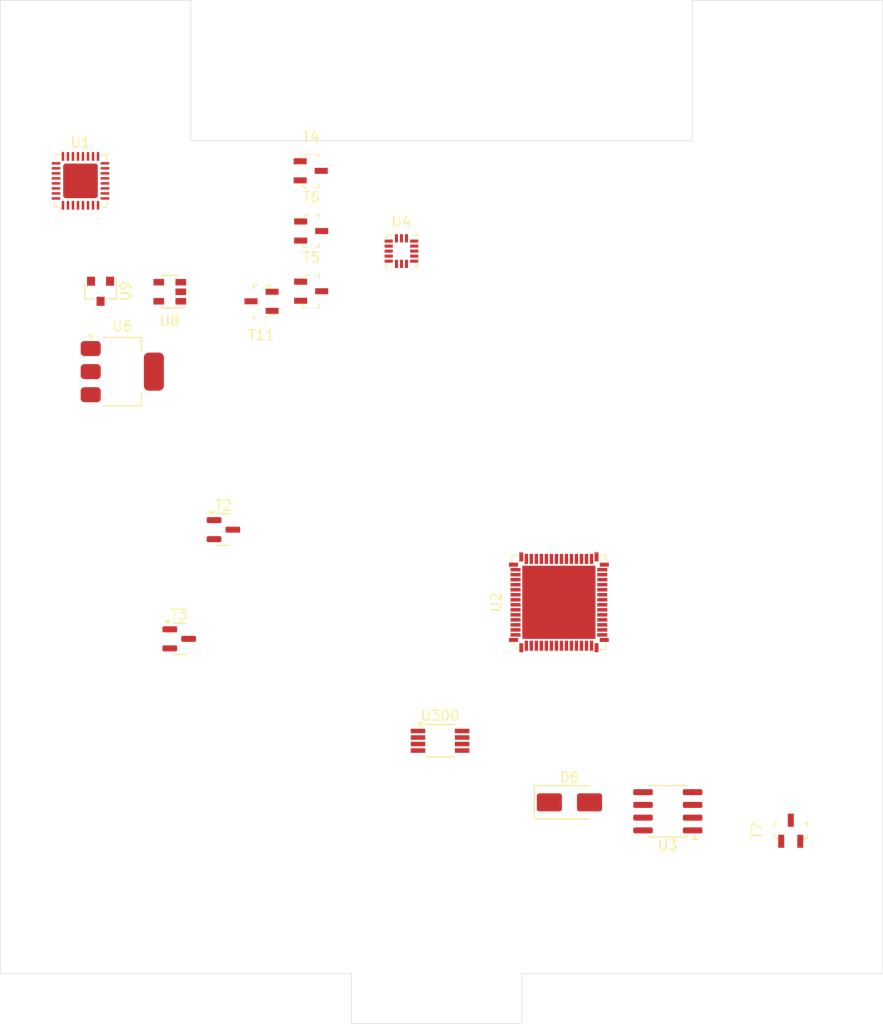
<source format=kicad_pcb>
(kicad_pcb (version 20240108) (generator "pcbnew") (generator_version "8.0")
  (layers (0 "F.Cu" signal) (31 "B.Cu" signal) (34 "B.Paste" user) (35 "F.Paste" user) (36 "B.SilkS" user "B.Silkscreen") (37 "F.SilkS" user "F.Silkscreen") (38 "B.Mask" user) (39 "F.Mask" user) (44 "Edge.Cuts" user))
  (net 0 "")
  (net 1 "/TBC2")
  (net 2 "VDD")
  (net 3 "Net-(T2-E)")
  (net 4 "/TBC3")
  (net 7 "Net-(T3-C)")
  (net 8 "Net-(T3-B)")
  (net 9 "Net-(T3-E)")
  (net 10 "Net-(T4-G)")
  (net 11 "Net-(T4-D)")
  (net 12 "Net-(T5-D)")
  (net 13 "Net-(T6-G)")
  (net 14 "Net-(T6-D)")
  (net 15 "Net-(T11-D)")
  (net 16 "Net-(T7-D)")
  (net 17 "Net-(P?1-P9)")
  (net 21 "/I2C_SCL")
  (net 27 "Net-(U1-~{RESET})")
  (net 39 "/I2C_SDA")
  (net 55 "GND")
  (net 63 "/RX")
  (net 65 "/TX")
  (net 67 "Net-(U2-SOP1)")
  (net 72 "/SD_CLK")
  (net 75 "/TBC1")
  (net 76 "/SD_CMD")
  (net 80 "/SD_DAT0")
  (net 86 "+3V3")
  (net 88 "/~{RST}")
  (net 96 "/BLUE_LED_EN")
  (net 98 "/TCK_RED_LED_EN")
  (net 99 "/TMS")
  (net 112 "Net-(U3-SO{slash}IO1)")
  (net 123 "/GREEN_LED_EN")
  (net 128 "Net-(D301-K)")
  (net 139 "Net-(D301-A)")
  (net 142 "Net-(U300-V_{IN})")
  (net 144 "Net-(D6-K)")
  (footprint "Package_SO:SOIC-8_3.9x4.9mm_P1.27mm" (layer "F.Cu") (at 166.559 123.825 180)
    (property "Reference" "U3" (at 0 -3.4 180) (layer "F.SilkS"))
    (property "Value" "IS25LQ032B-JNLE")
    (fp_line (start 0 2.56) (end 1.95 2.56) (stroke (width 0.12)) (layer "F.SilkS"))
    (fp_line (start 0 2.56) (end -1.95 2.56) (stroke (width 0.12)) (layer "F.SilkS"))
    (fp_line (start 0 -2.56) (end 1.95 -2.56) (stroke (width 0.12)) (layer "F.SilkS"))
    (fp_line (start 0 -2.56) (end -1.95 -2.56) (stroke (width 0.12)) (layer "F.SilkS"))
    (fp_poly (pts (xy -2.7 -2.465) (xy -2.94 -2.795) (xy -2.46 -2.795) (xy -2.7 -2.465)) (stroke (width 0.12)) (fill solid) (layer "F.SilkS"))
    (pad "1" smd roundrect (at -2.475 -1.905 180) (size 1.95 0.6) (layers "F.Cu" "F.Paste" "F.Mask"))
    (pad "2" smd roundrect (at -2.475 -0.635 180) (size 1.95 0.6) (layers "F.Cu" "F.Paste" "F.Mask") (net 112 "Net-(U3-SO{slash}IO1)"))
    (pad "3" smd roundrect (at -2.475 0.635 180) (size 1.95 0.6) (layers "F.Cu" "F.Paste" "F.Mask") (net 1 "/TBC2"))
    (pad "4" smd roundrect (at -2.475 1.905 180) (size 1.95 0.6) (layers "F.Cu" "F.Paste" "F.Mask"))
    (pad "5" smd roundrect (at 2.475 1.905 180) (size 1.95 0.6) (layers "F.Cu" "F.Paste" "F.Mask"))
    (pad "6" smd roundrect (at 2.475 0.635 180) (size 1.95 0.6) (layers "F.Cu" "F.Paste" "F.Mask"))
    (pad "7" smd roundrect (at 2.475 -0.635 180) (size 1.95 0.6) (layers "F.Cu" "F.Paste" "F.Mask") (net 1 "/TBC2"))
    (pad "8" smd roundrect (at 2.475 -1.905 180) (size 1.95 0.6) (layers "F.Cu" "F.Paste" "F.Mask"))
  )
  (footprint "Package_TO_SOT_SMD:SOT-23-5" (layer "F.Cu") (at 116.9 72.05 180)
    (property "Reference" "U8" (at 0 -2.9 0) (layer "F.SilkS"))
    (property "Value" "AP2112K-3.3")
    (fp_line (start 0.9 -1.61) (end -1.55 -1.61) (stroke (width 0.12)) (layer "F.SilkS"))
    (fp_line (start -0.9 1.61) (end 0.9 1.61) (stroke (width 0.12)) (layer "F.SilkS"))
    (pad "1" smd rect (at -1.1 -0.95 180) (size 1.06 0.65) (layers "F.Cu" "F.Paste" "F.Mask"))
    (pad "2" smd rect (at -1.1 0 180) (size 1.06 0.65) (layers "F.Cu" "F.Paste" "F.Mask"))
    (pad "3" smd rect (at -1.1 0.95 180) (size 1.06 0.65) (layers "F.Cu" "F.Paste" "F.Mask") (net 4 "/TBC3"))
    (pad "4" smd rect (at 1.1 0.95 180) (size 1.06 0.65) (layers "F.Cu" "F.Paste" "F.Mask"))
    (pad "5" smd rect (at 1.1 -0.95 180) (size 1.06 0.65) (layers "F.Cu" "F.Paste" "F.Mask") (net 2 "VDD"))
  )
  (footprint "Package_TO_SOT_SMD:SOT-23" (layer "F.Cu") (at 110 72 -90)
    (property "Reference" "U9" (at 0 -2.5 90) (layer "F.SilkS"))
    (property "Value" "AP2120N-1.8")
    (fp_line (start 0.76 1.58) (end -0.7 1.58) (stroke (width 0.12)) (layer "F.SilkS"))
    (fp_line (start 0.76 1.58) (end 0.76 0.65) (stroke (width 0.12)) (layer "F.SilkS"))
    (fp_line (start 0.76 -1.58) (end 0.76 -0.65) (stroke (width 0.12)) (layer "F.SilkS"))
    (fp_line (start 0.76 -1.58) (end -1.4 -1.58) (stroke (width 0.12)) (layer "F.SilkS"))
    (pad "1" smd rect (at -1 -0.95 270) (size 0.9 0.8) (layers "F.Cu" "F.Paste" "F.Mask"))
    (pad "2" smd rect (at -1 0.95 270) (size 0.9 0.8) (layers "F.Cu" "F.Paste" "F.Mask"))
    (pad "3" smd rect (at 1 0 270) (size 0.9 0.8) (layers "F.Cu" "F.Paste" "F.Mask"))
  )
  (footprint "digikey-footprints:VQFN-16_3x3mm" (layer "F.Cu") (at 140 68)
    (property "Reference" "U4" (at 0 -2.9 0) (layer "F.SilkS"))
    (property "Value" "MMA8451QT")
    (fp_line (start -1.6 -1.3) (end -1.8 -1.3) (stroke (width 0.1)) (layer "F.SilkS"))
    (fp_line (start -1.6 1.6) (end -1.6 1.3) (stroke (width 0.1)) (layer "F.SilkS"))
    (fp_line (start -1.6 1.6) (end -1.3 1.6) (stroke (width 0.1)) (layer "F.SilkS"))
    (fp_line (start -1.3 -1.6) (end -1.6 -1.3) (stroke (width 0.1)) (layer "F.SilkS"))
    (fp_line (start -1 -1.6) (end -1.3 -1.6) (stroke (width 0.1)) (layer "F.SilkS"))
    (fp_line (start 1.6 -1.6) (end 1.3 -1.6) (stroke (width 0.1)) (layer "F.SilkS"))
    (fp_line (start 1.6 -1.6) (end 1.6 -1.3) (stroke (width 0.1)) (layer "F.SilkS"))
    (fp_line (start 1.6 1.6) (end 1.3 1.6) (stroke (width 0.1)) (layer "F.SilkS"))
    (fp_line (start 1.6 1.6) (end 1.6 1.3) (stroke (width 0.1)) (layer "F.SilkS"))
    (pad "1" smd rect (at -1.275 -1) (size 0.813 0.305) (layers "F.Cu" "F.Paste" "F.Mask") (net 2 "VDD"))
    (pad "2" smd rect (at -1.275 -0.5) (size 0.813 0.305) (layers "F.Cu" "F.Paste" "F.Mask"))
    (pad "3" smd rect (at -1.275 0) (size 0.813 0.305) (layers "F.Cu" "F.Paste" "F.Mask"))
    (pad "4" smd rect (at -1.275 0.5) (size 0.813 0.305) (layers "F.Cu" "F.Paste" "F.Mask") (net 21 "/I2C_SCL"))
    (pad "5" smd rect (at -1.275 1) (size 0.813 0.305) (layers "F.Cu" "F.Paste" "F.Mask"))
    (pad "6" smd rect (at -0.5 1.275) (size 0.305 0.813) (layers "F.Cu" "F.Paste" "F.Mask") (net 39 "/I2C_SDA"))
    (pad "7" smd rect (at 0 1.275) (size 0.305 0.813) (layers "F.Cu" "F.Paste" "F.Mask") (net 55 "GND"))
    (pad "8" smd rect (at 0.5 1.275) (size 0.305 0.813) (layers "F.Cu" "F.Paste" "F.Mask"))
    (pad "9" smd rect (at 1.275 1) (size 0.813 0.305) (layers "F.Cu" "F.Paste" "F.Mask"))
    (pad "10" smd rect (at 1.275 0.5) (size 0.813 0.305) (layers "F.Cu" "F.Paste" "F.Mask"))
    (pad "11" smd rect (at 1.275 0) (size 0.813 0.305) (layers "F.Cu" "F.Paste" "F.Mask"))
    (pad "12" smd rect (at 1.275 -0.5) (size 0.813 0.305) (layers "F.Cu" "F.Paste" "F.Mask"))
    (pad "13" smd rect (at 1.275 -1) (size 0.813 0.305) (layers "F.Cu" "F.Paste" "F.Mask"))
    (pad "14" smd rect (at 0.5 -1.275) (size 0.305 0.813) (layers "F.Cu" "F.Paste" "F.Mask"))
    (pad "15" smd rect (at 0 -1.275) (size 0.305 0.813) (layers "F.Cu" "F.Paste" "F.Mask"))
    (pad "16" smd rect (at -0.5 -1.275) (size 0.305 0.813) (layers "F.Cu" "F.Paste" "F.Mask"))
  )
  (footprint "Package_DFN_QFN:Texas_S-PVQFN-N32_EP3.45x3.45mm" (layer "F.Cu") (at 108 61)
    (property "Reference" "U1" (at 0 -3.82 0) (layer "F.SilkS"))
    (property "Value" "TLV320DAC3100")
    (fp_line (start -2.61 2.61) (end -2.61 2.135) (stroke (width 0.12)) (layer "F.SilkS"))
    (fp_line (start -2.135 -2.61) (end -2.61 -2.61) (stroke (width 0.12)) (layer "F.SilkS"))
    (fp_line (start -2.135 2.61) (end -2.61 2.61) (stroke (width 0.12)) (layer "F.SilkS"))
    (fp_line (start 2.135 -2.61) (end 2.61 -2.61) (stroke (width 0.12)) (layer "F.SilkS"))
    (fp_line (start 2.135 2.61) (end 2.61 2.61) (stroke (width 0.12)) (layer "F.SilkS"))
    (fp_line (start 2.61 -2.61) (end 2.61 -2.135) (stroke (width 0.12)) (layer "F.SilkS"))
    (fp_line (start 2.61 2.61) (end 2.61 2.135) (stroke (width 0.12)) (layer "F.SilkS"))
    (pad "1" smd roundrect (at -2.4375 -1.75) (size 0.875 0.25) (layers "F.Cu" "F.Paste" "F.Mask") (net 55 "GND"))
    (pad "2" smd roundrect (at -2.4375 -1.25) (size 0.875 0.25) (layers "F.Cu" "F.Paste" "F.Mask") (net 2 "VDD"))
    (pad "3" smd roundrect (at -2.4375 -0.75) (size 0.875 0.25) (layers "F.Cu" "F.Paste" "F.Mask"))
    (pad "4" smd roundrect (at -2.4375 -0.25) (size 0.875 0.25) (layers "F.Cu" "F.Paste" "F.Mask"))
    (pad "5" smd roundrect (at -2.4375 0.25) (size 0.875 0.25) (layers "F.Cu" "F.Paste" "F.Mask"))
    (pad "6" smd roundrect (at -2.4375 0.75) (size 0.875 0.25) (layers "F.Cu" "F.Paste" "F.Mask"))
    (pad "7" smd roundrect (at -2.4375 1.25) (size 0.875 0.25) (layers "F.Cu" "F.Paste" "F.Mask"))
    (pad "8" smd roundrect (at -2.4375 1.75) (size 0.875 0.25) (layers "F.Cu" "F.Paste" "F.Mask"))
    (pad "9" smd roundrect (at -1.75 2.4375) (size 0.25 0.875) (layers "F.Cu" "F.Paste" "F.Mask") (net 39 "/I2C_SDA"))
    (pad "10" smd roundrect (at -1.25 2.4375) (size 0.25 0.875) (layers "F.Cu" "F.Paste" "F.Mask") (net 21 "/I2C_SCL"))
    (pad "11" smd roundrect (at -0.75 2.4375) (size 0.25 0.875) (layers "F.Cu" "F.Paste" "F.Mask"))
    (pad "12" smd roundrect (at -0.25 2.4375) (size 0.25 0.875) (layers "F.Cu" "F.Paste" "F.Mask"))
    (pad "13" smd roundrect (at 0.25 2.4375) (size 0.25 0.875) (layers "F.Cu" "F.Paste" "F.Mask"))
    (pad "14" smd roundrect (at 0.75 2.4375) (size 0.25 0.875) (layers "F.Cu" "F.Paste" "F.Mask"))
    (pad "15" smd roundrect (at 1.25 2.4375) (size 0.25 0.875) (layers "F.Cu" "F.Paste" "F.Mask"))
    (pad "16" smd roundrect (at 1.75 2.4375) (size 0.25 0.875) (layers "F.Cu" "F.Paste" "F.Mask"))
    (pad "17" smd roundrect (at 2.4375 1.75) (size 0.875 0.25) (layers "F.Cu" "F.Paste" "F.Mask"))
    (pad "18" smd roundrect (at 2.4375 1.25) (size 0.875 0.25) (layers "F.Cu" "F.Paste" "F.Mask"))
    (pad "19" smd roundrect (at 2.4375 0.75) (size 0.875 0.25) (layers "F.Cu" "F.Paste" "F.Mask"))
    (pad "20" smd roundrect (at 2.4375 0.25) (size 0.875 0.25) (layers "F.Cu" "F.Paste" "F.Mask"))
    (pad "21" smd roundrect (at 2.4375 -0.25) (size 0.875 0.25) (layers "F.Cu" "F.Paste" "F.Mask"))
    (pad "22" smd roundrect (at 2.4375 -0.75) (size 0.875 0.25) (layers "F.Cu" "F.Paste" "F.Mask"))
    (pad "23" smd roundrect (at 2.4375 -1.25) (size 0.875 0.25) (layers "F.Cu" "F.Paste" "F.Mask"))
    (pad "24" smd roundrect (at 2.4375 -1.75) (size 0.875 0.25) (layers "F.Cu" "F.Paste" "F.Mask"))
    (pad "25" smd roundrect (at 1.75 -2.4375) (size 0.25 0.875) (layers "F.Cu" "F.Paste" "F.Mask"))
    (pad "26" smd roundrect (at 1.25 -2.4375) (size 0.25 0.875) (layers "F.Cu" "F.Paste" "F.Mask"))
    (pad "27" smd roundrect (at 0.75 -2.4375) (size 0.25 0.875) (layers "F.Cu" "F.Paste" "F.Mask"))
    (pad "28" smd roundrect (at 0.25 -2.4375) (size 0.25 0.875) (layers "F.Cu" "F.Paste" "F.Mask"))
    (pad "29" smd roundrect (at -0.25 -2.4375) (size 0.25 0.875) (layers "F.Cu" "F.Paste" "F.Mask"))
    (pad "30" smd roundrect (at -0.75 -2.4375) (size 0.25 0.875) (layers "F.Cu" "F.Paste" "F.Mask"))
    (pad "31" smd roundrect (at -1.25 -2.4375) (size 0.25 0.875) (layers "F.Cu" "F.Paste" "F.Mask") (net 27 "Net-(U1-~{RESET})"))
    (pad "32" smd roundrect (at -1.75 -2.4375) (size 0.25 0.875) (layers "F.Cu" "F.Paste" "F.Mask"))
    (pad "33" smd roundrect (at 0 0) (size 3.45 3.45) (layers "F.Cu" "F.Mask") (roundrect_rratio 0.072464))
  )
  (footprint "digikey-footprints:VFQFN-64-1EP_9x9mm" (layer "F.Cu") (at 155.698 103 90)
    (property "Reference" "U2" (at 0 -6.25 90) (layer "F.SilkS"))
    (property "Value" "CC3200R1M2RGCR")
    (fp_line (start 4.675 -4.675) (end 4.675 -4.1) (stroke (width 0.1)) (layer "F.SilkS"))
    (fp_line (start 4.025 -4.675) (end 4.675 -4.675) (stroke (width 0.1)) (layer "F.SilkS"))
    (fp_line (start -4.1 -4.65) (end -4.675 -4.05) (stroke (width 0.1)) (layer "F.SilkS"))
    (fp_line (start -4.675 -4.05) (end -4.675 -4) (stroke (width 0.1)) (layer "F.SilkS"))
    (fp_line (start -4.675 -4) (end -4.925 -4) (stroke (width 0.1)) (layer "F.SilkS"))
    (fp_line (start 4.7 4.1) (end 4.7 4.7) (stroke (width 0.1)) (layer "F.SilkS"))
    (fp_line (start -4.7 4.1) (end -4.7 4.7) (stroke (width 0.1)) (layer "F.SilkS"))
    (fp_line (start 4.7 4.7) (end 4.1 4.7) (stroke (width 0.1)) (layer "F.SilkS"))
    (fp_line (start -4.7 4.7) (end -4.1 4.7) (stroke (width 0.1)) (layer "F.SilkS"))
    (pad "1" smd rect (at -4.525 -3.75 90) (size 0.9 0.4) (layers "F.Cu" "F.Paste" "F.Mask") (net 72 "/SD_CLK"))
    (pad "2" smd rect (at -4.325 -3.25 90) (size 1 0.35) (layers "F.Cu" "F.Paste" "F.Mask") (net 76 "/SD_CMD"))
    (pad "3" smd rect (at -4.325 -2.75 90) (size 1 0.35) (layers "F.Cu" "F.Paste" "F.Mask") (net 21 "/I2C_SCL"))
    (pad "4" smd rect (at -4.325 -2.25 90) (size 1 0.35) (layers "F.Cu" "F.Paste" "F.Mask") (net 39 "/I2C_SDA"))
    (pad "5" smd rect (at -4.325 -1.75 90) (size 1 0.35) (layers "F.Cu" "F.Paste" "F.Mask"))
    (pad "6" smd rect (at -4.325 -1.25 90) (size 1 0.35) (layers "F.Cu" "F.Paste" "F.Mask"))
    (pad "7" smd rect (at -4.325 -0.75 90) (size 1 0.35) (layers "F.Cu" "F.Paste" "F.Mask"))
    (pad "8" smd rect (at -4.325 -0.25 90) (size 1 0.35) (layers "F.Cu" "F.Paste" "F.Mask"))
    (pad "9" smd rect (at -4.325 0.25 90) (size 1 0.35) (layers "F.Cu" "F.Paste" "F.Mask"))
    (pad "10" smd rect (at -4.325 0.75 90) (size 1 0.35) (layers "F.Cu" "F.Paste" "F.Mask") (net 86 "+3V3"))
    (pad "11" smd rect (at -4.325 1.25 90) (size 1 0.35) (layers "F.Cu" "F.Paste" "F.Mask"))
    (pad "12" smd rect (at -4.325 1.75 90) (size 1 0.35) (layers "F.Cu" "F.Paste" "F.Mask"))
    (pad "13" smd rect (at -4.325 2.25 90) (size 1 0.35) (layers "F.Cu" "F.Paste" "F.Mask"))
    (pad "14" smd rect (at -4.325 2.75 90) (size 1 0.35) (layers "F.Cu" "F.Paste" "F.Mask"))
    (pad "15" smd rect (at -4.325 3.25 90) (size 1 0.35) (layers "F.Cu" "F.Paste" "F.Mask"))
    (pad "16" smd rect (at -4.525 3.75 90) (size 0.9 0.4) (layers "F.Cu" "F.Paste" "F.Mask"))
    (pad "17" smd rect (at -3.75 4.525 90) (size 0.4 0.9) (layers "F.Cu" "F.Paste" "F.Mask") (net 96 "/BLUE_LED_EN"))
    (pad "18" smd rect (at -3.25 4.325 90) (size 0.35 1) (layers "F.Cu" "F.Paste" "F.Mask"))
    (pad "19" smd rect (at -2.75 4.325 90) (size 0.35 1) (layers "F.Cu" "F.Paste" "F.Mask") (net 98 "/TCK_RED_LED_EN"))
    (pad "20" smd rect (at -2.25 4.325 90) (size 0.35 1) (layers "F.Cu" "F.Paste" "F.Mask") (net 99 "/TMS"))
    (pad "21" smd rect (at -1.75 4.325 90) (size 0.35 1) (layers "F.Cu" "F.Paste" "F.Mask") (net 17 "Net-(P?1-P9)"))
    (pad "22" smd rect (at -1.25 4.325 90) (size 0.35 1) (layers "F.Cu" "F.Paste" "F.Mask"))
    (pad "23" smd rect (at -0.75 4.325 90) (size 0.35 1) (layers "F.Cu" "F.Paste" "F.Mask"))
    (pad "24" smd rect (at -0.25 4.325 90) (size 0.35 1) (layers "F.Cu" "F.Paste" "F.Mask"))
    (pad "25" smd rect (at 0.25 4.325 90) (size 0.35 1) (layers "F.Cu" "F.Paste" "F.Mask"))
    (pad "26" smd rect (at 0.75 4.325 90) (size 0.35 1) (layers "F.Cu" "F.Paste" "F.Mask"))
    (pad "27" smd rect (at 1.25 4.325 90) (size 0.35 1) (layers "F.Cu" "F.Paste" "F.Mask"))
    (pad "28" smd rect (at 1.75 4.325 90) (size 0.35 1) (layers "F.Cu" "F.Paste" "F.Mask"))
    (pad "29" smd rect (at 2.25 4.325 90) (size 0.35 1) (layers "F.Cu" "F.Paste" "F.Mask"))
    (pad "30" smd rect (at 2.75 4.325 90) (size 0.35 1) (layers "F.Cu" "F.Paste" "F.Mask"))
    (pad "31" smd rect (at 3.25 4.325 90) (size 0.35 1) (layers "F.Cu" "F.Paste" "F.Mask"))
    (pad "32" smd rect (at 3.75 4.525 90) (size 0.4 0.9) (layers "F.Cu" "F.Paste" "F.Mask") (net 88 "/~{RST}"))
    (pad "33" smd rect (at 4.525 3.75 90) (size 0.9 0.4) (layers "F.Cu" "F.Paste" "F.Mask"))
    (pad "34" smd rect (at 4.325 3.25 90) (size 1 0.35) (layers "F.Cu" "F.Paste" "F.Mask") (net 67 "Net-(U2-SOP1)"))
    (pad "35" smd rect (at 4.325 2.75 90) (size 1 0.35) (layers "F.Cu" "F.Paste" "F.Mask") (net 16 "Net-(T7-D)"))
    (pad "36" smd rect (at 4.325 2.25 90) (size 1 0.35) (layers "F.Cu" "F.Paste" "F.Mask"))
    (pad "37" smd rect (at 4.325 1.75 90) (size 1 0.35) (layers "F.Cu" "F.Paste" "F.Mask"))
    (pad "38" smd rect (at 4.325 1.25 90) (size 1 0.35) (layers "F.Cu" "F.Paste" "F.Mask"))
    (pad "39" smd rect (at 4.325 0.75 90) (size 1 0.35) (layers "F.Cu" "F.Paste" "F.Mask"))
    (pad "40" smd rect (at 4.325 0.25 90) (size 1 0.35) (layers "F.Cu" "F.Paste" "F.Mask"))
    (pad "41" smd rect (at 4.325 -0.25 90) (size 1 0.35) (layers "F.Cu" "F.Paste" "F.Mask"))
    (pad "42" smd rect (at 4.325 -0.75 90) (size 1 0.35) (layers "F.Cu" "F.Paste" "F.Mask"))
    (pad "43" smd rect (at 4.325 -1.25 90) (size 1 0.35) (layers "F.Cu" "F.Paste" "F.Mask"))
    (pad "44" smd rect (at 4.325 -1.75 90) (size 1 0.35) (layers "F.Cu" "F.Paste" "F.Mask"))
    (pad "45" smd rect (at 4.325 -2.25 90) (size 1 0.35) (layers "F.Cu" "F.Paste" "F.Mask") (net 75 "/TBC1"))
    (pad "46" smd rect (at 4.325 -2.75 90) (size 1 0.35) (layers "F.Cu" "F.Paste" "F.Mask"))
    (pad "47" smd rect (at 4.325 -3.25 90) (size 1 0.35) (layers "F.Cu" "F.Paste" "F.Mask"))
    (pad "48" smd rect (at 4.525 -3.75 90) (size 0.9 0.4) (layers "F.Cu" "F.Paste" "F.Mask"))
    (pad "49" smd rect (at 3.75 -4.525 90) (size 0.4 0.9) (layers "F.Cu" "F.Paste" "F.Mask"))
    (pad "50" smd rect (at 3.25 -4.325 90) (size 0.35 1) (layers "F.Cu" "F.Paste" "F.Mask"))
    (pad "51" smd rect (at 2.75 -4.325 90) (size 0.35 1) (layers "F.Cu" "F.Paste" "F.Mask"))
    (pad "52" smd rect (at 2.25 -4.325 90) (size 0.35 1) (layers "F.Cu" "F.Paste" "F.Mask"))
    (pad "53" smd rect (at 1.75 -4.325 90) (size 0.35 1) (layers "F.Cu" "F.Paste" "F.Mask"))
    (pad "54" smd rect (at 1.25 -4.325 90) (size 0.35 1) (layers "F.Cu" "F.Paste" "F.Mask"))
    (pad "55" smd rect (at 0.75 -4.325 90) (size 0.35 1) (layers "F.Cu" "F.Paste" "F.Mask") (net 65 "/TX"))
    (pad "56" smd rect (at 0.25 -4.325 90) (size 0.35 1) (layers "F.Cu" "F.Paste" "F.Mask"))
    (pad "57" smd rect (at -0.25 -4.325 90) (size 0.35 1) (layers "F.Cu" "F.Paste" "F.Mask") (net 63 "/RX"))
    (pad "58" smd rect (at -0.75 -4.325 90) (size 0.35 1) (layers "F.Cu" "F.Paste" "F.Mask"))
    (pad "59" smd rect (at -1.25 -4.325 90) (size 0.35 1) (layers "F.Cu" "F.Paste" "F.Mask"))
    (pad "60" smd rect (at -1.75 -4.325 90) (size 0.35 1) (layers "F.Cu" "F.Paste" "F.Mask"))
    (pad "61" smd rect (at -2.25 -4.325 90) (size 0.35 1) (layers "F.Cu" "F.Paste" "F.Mask") (net 4 "/TBC3"))
    (pad "62" smd rect (at -2.75 -4.325 90) (size 0.35 1) (layers "F.Cu" "F.Paste" "F.Mask"))
    (pad "63" smd rect (at -3.25 -4.325 90) (size 0.35 1) (layers "F.Cu" "F.Paste" "F.Mask"))
    (pad "64" smd rect (at -3.75 -4.525 90) (size 0.4 0.9) (layers "F.Cu" "F.Paste" "F.Mask") (net 80 "/SD_DAT0"))
    (pad "65" smd rect (at 0 0 90) (size 7.3 7.3) (layers "F.Cu" "F.Paste" "F.Mask"))
  )
  (footprint "digikey-footprints:SOT-23-3" (layer "F.Cu") (at 126.05 73 180)
    (property "Reference" "T11" (at 0.025 -3.375 0) (layer "F.SilkS"))
    (property "Value" "FDV301N")
    (fp_line (start 0.825 1.65) (end 0.375 1.65) (stroke (width 0.1)) (layer "F.SilkS"))
    (fp_line (start 0.825 1.425) (end 0.825 1.3) (stroke (width 0.1)) (layer "F.SilkS"))
    (fp_line (start 0.825 1.35) (end 0.825 1.65) (stroke (width 0.1)) (layer "F.SilkS"))
    (fp_line (start 0.825 -1.65) (end 0.825 -1.35) (stroke (width 0.1)) (layer "F.SilkS"))
    (fp_line (start 0.45 -1.65) (end 0.825 -1.65) (stroke (width 0.1)) (layer "F.SilkS"))
    (fp_line (start -0.175 -1.65) (end -0.45 -1.65) (stroke (width 0.1)) (layer "F.SilkS"))
    (fp_line (start -0.35 1.65) (end -0.825 1.65) (stroke (width 0.1)) (layer "F.SilkS"))
    (fp_line (start -0.45 -1.65) (end -0.825 -1.375) (stroke (width 0.1)) (layer "F.SilkS"))
    (fp_line (start -0.825 1.65) (end -0.825 1.3) (stroke (width 0.1)) (layer "F.SilkS"))
    (fp_line (start -0.825 -1.325) (end -1.6 -1.325) (stroke (width 0.1)) (layer "F.SilkS"))
    (fp_line (start -0.825 -1.375) (end -0.825 -1.325) (stroke (width 0.1)) (layer "F.SilkS"))
    (pad "1" smd rect (at -1.05 -0.95 180) (size 1.3 0.6) (layers "F.Cu" "F.Paste" "F.Mask") (net 2 "VDD"))
    (pad "2" smd rect (at -1.05 0.95 180) (size 1.3 0.6) (layers "F.Cu" "F.Paste" "F.Mask") (net 55 "GND"))
    (pad "3" smd rect (at 1.05 0 180) (size 1.3 0.6) (layers "F.Cu" "F.Paste" "F.Mask") (net 15 "Net-(T11-D)"))
  )
  (footprint "digikey-footprints:SOT-23-3" (layer "F.Cu") (at 130.95 60)
    (property "Reference" "T4" (at 0.025 -3.375 0) (layer "F.SilkS"))
    (property "Value" "FDV301N")
    (fp_line (start -0.825 -1.375) (end -0.825 -1.325) (stroke (width 0.1)) (layer "F.SilkS"))
    (fp_line (start -0.825 -1.325) (end -1.6 -1.325) (stroke (width 0.1)) (layer "F.SilkS"))
    (fp_line (start -0.825 1.65) (end -0.825 1.3) (stroke (width 0.1)) (layer "F.SilkS"))
    (fp_line (start -0.45 -1.65) (end -0.825 -1.375) (stroke (width 0.1)) (layer "F.SilkS"))
    (fp_line (start -0.35 1.65) (end -0.825 1.65) (stroke (width 0.1)) (layer "F.SilkS"))
    (fp_line (start -0.175 -1.65) (end -0.45 -1.65) (stroke (width 0.1)) (layer "F.SilkS"))
    (fp_line (start 0.45 -1.65) (end 0.825 -1.65) (stroke (width 0.1)) (layer "F.SilkS"))
    (fp_line (start 0.825 -1.65) (end 0.825 -1.35) (stroke (width 0.1)) (layer "F.SilkS"))
    (fp_line (start 0.825 1.35) (end 0.825 1.65) (stroke (width 0.1)) (layer "F.SilkS"))
    (fp_line (start 0.825 1.425) (end 0.825 1.3) (stroke (width 0.1)) (layer "F.SilkS"))
    (fp_line (start 0.825 1.65) (end 0.375 1.65) (stroke (width 0.1)) (layer "F.SilkS"))
    (pad "1" smd rect (at -1.05 -0.95) (size 1.3 0.6) (layers "F.Cu" "F.Paste" "F.Mask") (net 10 "Net-(T4-G)"))
    (pad "2" smd rect (at -1.05 0.95) (size 1.3 0.6) (layers "F.Cu" "F.Paste" "F.Mask") (net 55 "GND"))
    (pad "3" smd rect (at 1.05 0) (size 1.3 0.6) (layers "F.Cu" "F.Paste" "F.Mask") (net 11 "Net-(T4-D)"))
  )
  (footprint "digikey-footprints:SOT-23-3" (layer "F.Cu") (at 131 72)
    (property "Reference" "T5" (at 0.025 -3.375 0) (layer "F.SilkS"))
    (property "Value" "FDV301N")
    (fp_line (start -0.825 -1.375) (end -0.825 -1.325) (stroke (width 0.1)) (layer "F.SilkS"))
    (fp_line (start -0.825 -1.325) (end -1.6 -1.325) (stroke (width 0.1)) (layer "F.SilkS"))
    (fp_line (start -0.825 1.65) (end -0.825 1.3) (stroke (width 0.1)) (layer "F.SilkS"))
    (fp_line (start -0.45 -1.65) (end -0.825 -1.375) (stroke (width 0.1)) (layer "F.SilkS"))
    (fp_line (start -0.35 1.65) (end -0.825 1.65) (stroke (width 0.1)) (layer "F.SilkS"))
    (fp_line (start -0.175 -1.65) (end -0.45 -1.65) (stroke (width 0.1)) (layer "F.SilkS"))
    (fp_line (start 0.45 -1.65) (end 0.825 -1.65) (stroke (width 0.1)) (layer "F.SilkS"))
    (fp_line (start 0.825 -1.65) (end 0.825 -1.35) (stroke (width 0.1)) (layer "F.SilkS"))
    (fp_line (start 0.825 1.35) (end 0.825 1.65) (stroke (width 0.1)) (layer "F.SilkS"))
    (fp_line (start 0.825 1.425) (end 0.825 1.3) (stroke (width 0.1)) (layer "F.SilkS"))
    (fp_line (start 0.825 1.65) (end 0.375 1.65) (stroke (width 0.1)) (layer "F.SilkS"))
    (pad "1" smd rect (at -1.05 -0.95) (size 1.3 0.6) (layers "F.Cu" "F.Paste" "F.Mask") (net 123 "/GREEN_LED_EN"))
    (pad "2" smd rect (at -1.05 0.95) (size 1.3 0.6) (layers "F.Cu" "F.Paste" "F.Mask") (net 55 "GND"))
    (pad "3" smd rect (at 1.05 0) (size 1.3 0.6) (layers "F.Cu" "F.Paste" "F.Mask") (net 12 "Net-(T5-D)"))
  )
  (footprint "digikey-footprints:SOT-23-3" (layer "F.Cu") (at 131 66)
    (property "Reference" "T6" (at 0.025 -3.375 0) (layer "F.SilkS"))
    (property "Value" "FDV301N")
    (fp_line (start -0.825 -1.375) (end -0.825 -1.325) (stroke (width 0.1)) (layer "F.SilkS"))
    (fp_line (start -0.825 -1.325) (end -1.6 -1.325) (stroke (width 0.1)) (layer "F.SilkS"))
    (fp_line (start -0.825 1.65) (end -0.825 1.3) (stroke (width 0.1)) (layer "F.SilkS"))
    (fp_line (start -0.45 -1.65) (end -0.825 -1.375) (stroke (width 0.1)) (layer "F.SilkS"))
    (fp_line (start -0.35 1.65) (end -0.825 1.65) (stroke (width 0.1)) (layer "F.SilkS"))
    (fp_line (start -0.175 -1.65) (end -0.45 -1.65) (stroke (width 0.1)) (layer "F.SilkS"))
    (fp_line (start 0.45 -1.65) (end 0.825 -1.65) (stroke (width 0.1)) (layer "F.SilkS"))
    (fp_line (start 0.825 -1.65) (end 0.825 -1.35) (stroke (width 0.1)) (layer "F.SilkS"))
    (fp_line (start 0.825 1.35) (end 0.825 1.65) (stroke (width 0.1)) (layer "F.SilkS"))
    (fp_line (start 0.825 1.425) (end 0.825 1.3) (stroke (width 0.1)) (layer "F.SilkS"))
    (fp_line (start 0.825 1.65) (end 0.375 1.65) (stroke (width 0.1)) (layer "F.SilkS"))
    (pad "1" smd rect (at -1.05 -0.95) (size 1.3 0.6) (layers "F.Cu" "F.Paste" "F.Mask") (net 13 "Net-(T6-G)"))
    (pad "2" smd rect (at -1.05 0.95) (size 1.3 0.6) (layers "F.Cu" "F.Paste" "F.Mask") (net 15 "Net-(T11-D)"))
    (pad "3" smd rect (at 1.05 0) (size 1.3 0.6) (layers "F.Cu" "F.Paste" "F.Mask") (net 14 "Net-(T6-D)"))
  )
  (footprint "digikey-footprints:SOT-23-3" (layer "F.Cu") (at 178.816 125.764 90)
    (property "Reference" "T7" (at 0.025 -3.375 90) (layer "F.SilkS"))
    (property "Value" "FDV301N")
    (fp_line (start 0.825 -1.65) (end 0.825 -1.35) (stroke (width 0.1)) (layer "F.SilkS"))
    (fp_line (start 0.45 -1.65) (end 0.825 -1.65) (stroke (width 0.1)) (layer "F.SilkS"))
    (fp_line (start -0.175 -1.65) (end -0.45 -1.65) (stroke (width 0.1)) (layer "F.SilkS"))
    (fp_line (start -0.45 -1.65) (end -0.825 -1.375) (stroke (width 0.1)) (layer "F.SilkS"))
    (fp_line (start -0.825 -1.375) (end -0.825 -1.325) (stroke (width 0.1)) (layer "F.SilkS"))
    (fp_line (start -0.825 -1.325) (end -1.6 -1.325) (stroke (width 0.1)) (layer "F.SilkS"))
    (fp_line (start 0.825 1.35) (end 0.825 1.65) (stroke (width 0.1)) (layer "F.SilkS"))
    (fp_line (start 0.825 1.425) (end 0.825 1.3) (stroke (width 0.1)) (layer "F.SilkS"))
    (fp_line (start 0.825 1.65) (end 0.375 1.65) (stroke (width 0.1)) (layer "F.SilkS"))
    (fp_line (start -0.35 1.65) (end -0.825 1.65) (stroke (width 0.1)) (layer "F.SilkS"))
    (fp_line (start -0.825 1.65) (end -0.825 1.3) (stroke (width 0.1)) (layer "F.SilkS"))
    (pad "1" smd rect (at -1.05 -0.95 90) (size 1.3 0.6) (layers "F.Cu" "F.Paste" "F.Mask") (net 17 "Net-(P?1-P9)"))
    (pad "2" smd rect (at -1.05 0.95 90) (size 1.3 0.6) (layers "F.Cu" "F.Paste" "F.Mask") (net 55 "GND"))
    (pad "3" smd rect (at 1.05 0 90) (size 1.3 0.6) (layers "F.Cu" "F.Paste" "F.Mask") (net 16 "Net-(T7-D)"))
  )
  (footprint "Package_TO_SOT_SMD:SOT-23" (layer "F.Cu") (at 122.2525 95.758)
    (property "Reference" "T2" (at 0 -2.4 0) (layer "F.SilkS"))
    (property "Value" "MMBT3904")
    (fp_line (start 0 -1.56) (end -0.65 -1.56) (stroke (width 0.12)) (layer "F.SilkS"))
    (fp_line (start 0 -1.56) (end 0.65 -1.56) (stroke (width 0.12)) (layer "F.SilkS"))
    (fp_line (start 0 1.56) (end -0.65 1.56) (stroke (width 0.12)) (layer "F.SilkS"))
    (fp_line (start 0 1.56) (end 0.65 1.56) (stroke (width 0.12)) (layer "F.SilkS"))
    (fp_poly (pts (xy -1.1625 -1.51) (xy -1.4025 -1.84) (xy -0.9225 -1.84) (xy -1.1625 -1.51)) (stroke (width 0.12)) (fill solid) (layer "F.SilkS"))
    (pad "1" smd roundrect (at -0.9375 -0.95) (size 1.475 0.6) (layers "F.Cu" "F.Paste" "F.Mask"))
    (pad "2" smd roundrect (at -0.9375 0.95) (size 1.475 0.6) (layers "F.Cu" "F.Paste" "F.Mask") (net 3 "Net-(T2-E)"))
    (pad "3" smd roundrect (at 0.9375 0) (size 1.475 0.6) (layers "F.Cu" "F.Paste" "F.Mask"))
  )
  (footprint "Package_TO_SOT_SMD:SOT-23" (layer "F.Cu") (at 117.842 106.642)
    (property "Reference" "T3" (at 0 -2.4 0) (layer "F.SilkS"))
    (property "Value" "MMBT3904")
    (fp_line (start 0 -1.56) (end -0.65 -1.56) (stroke (width 0.12)) (layer "F.SilkS"))
    (fp_line (start 0 -1.56) (end 0.65 -1.56) (stroke (width 0.12)) (layer "F.SilkS"))
    (fp_line (start 0 1.56) (end -0.65 1.56) (stroke (width 0.12)) (layer "F.SilkS"))
    (fp_line (start 0 1.56) (end 0.65 1.56) (stroke (width 0.12)) (layer "F.SilkS"))
    (fp_poly (pts (xy -1.1625 -1.51) (xy -1.4025 -1.84) (xy -0.9225 -1.84) (xy -1.1625 -1.51)) (stroke (width 0.12)) (fill solid) (layer "F.SilkS"))
    (pad "1" smd roundrect (at -0.9375 -0.95) (size 1.475 0.6) (layers "F.Cu" "F.Paste" "F.Mask") (net 8 "Net-(T3-B)"))
    (pad "2" smd roundrect (at -0.9375 0.95) (size 1.475 0.6) (layers "F.Cu" "F.Paste" "F.Mask") (net 9 "Net-(T3-E)"))
    (pad "3" smd roundrect (at 0.9375 0) (size 1.475 0.6) (layers "F.Cu" "F.Paste" "F.Mask") (net 7 "Net-(T3-C)"))
  )
  (footprint "Package_SO:VSSOP-8_3.0x3.0mm_P0.65mm" (layer "F.Cu") (at 143.85 116.799)
    (property "Reference" "U300" (at 0 -2.5 0) (layer "F.SilkS"))
    (property "Value" "LM3485MM")
    (fp_line (start 1.5 -1.62) (end -1.5 -1.62) (stroke (width 0.12)) (layer "F.SilkS"))
    (fp_line (start 1.5 1.62) (end -1.5 1.62) (stroke (width 0.12)) (layer "F.SilkS"))
    (fp_poly (pts (xy -2 -1.45) (xy -2.24 -1.78) (xy -1.76 -1.78) (xy -2 -1.45)) (stroke (width 0.12)) (fill solid) (layer "F.SilkS"))
    (pad "1" smd rect (at -2.2 -0.975 270) (size 0.45 1.45) (layers "F.Cu" "F.Paste" "F.Mask") (net 139 "Net-(D301-A)"))
    (pad "2" smd rect (at -2.2 -0.325 270) (size 0.45 1.45) (layers "F.Cu" "F.Paste" "F.Mask"))
    (pad "3" smd rect (at -2.2 0.325 270) (size 0.45 1.45) (layers "F.Cu" "F.Paste" "F.Mask"))
    (pad "4" smd rect (at -2.2 0.975 270) (size 0.45 1.45) (layers "F.Cu" "F.Paste" "F.Mask"))
    (pad "5" smd rect (at 2.2 0.975 270) (size 0.45 1.45) (layers "F.Cu" "F.Paste" "F.Mask"))
    (pad "6" smd rect (at 2.2 0.325 270) (size 0.45 1.45) (layers "F.Cu" "F.Paste" "F.Mask"))
    (pad "7" smd rect (at 2.2 -0.325 270) (size 0.45 1.45) (layers "F.Cu" "F.Paste" "F.Mask"))
    (pad "8" smd rect (at 2.2 -0.975 270) (size 0.45 1.45) (layers "F.Cu" "F.Paste" "F.Mask") (net 142 "Net-(U300-V_{IN})"))
  )
  (footprint "Diode_SMD:D_SMA" (layer "F.Cu") (at 156.75 122.936)
    (property "Reference" "D6" (at 0 -2.5 0) (layer "F.SilkS"))
    (property "Value" "SS14")
    (fp_line (start -3.51 -1.65) (end -3.51 1.65) (stroke (width 0.12)) (layer "F.SilkS"))
    (fp_line (start -3.51 -1.65) (end 2 -1.65) (stroke (width 0.12)) (layer "F.SilkS"))
    (fp_line (start -3.51 1.65) (end 2 1.65) (stroke (width 0.12)) (layer "F.SilkS"))
    (pad "1" smd roundrect (at -2 0) (size 2.5 1.8) (layers "F.Cu" "F.Paste" "F.Mask") (roundrect_rratio 0.1388888889) (net 144 "Net-(D6-K)"))
    (pad "2" smd roundrect (at 2 0) (size 2.5 1.8) (layers "F.Cu" "F.Paste" "F.Mask") (roundrect_rratio 0.1388888889))
  )
  (footprint "Package_TO_SOT_SMD:SOT-223-3_TabPin2" (layer "F.Cu") (at 112.166 80.01)
    (property "Reference" "U6" (at 0 -4.5 0) (layer "F.SilkS"))
    (property "Value" "AP2114H-3.3TRG1")
    (fp_line (start -1.85 -3.41) (end 1.91 -3.41) (stroke (width 0.12)) (layer "F.SilkS"))
    (fp_line (start -1.85 3.41) (end 1.91 3.41) (stroke (width 0.12)) (layer "F.SilkS"))
    (fp_line (start 1.91 -3.41) (end 1.91 -2.15) (stroke (width 0.12)) (layer "F.SilkS"))
    (fp_line (start 1.91 3.41) (end 1.91 2.15) (stroke (width 0.12)) (layer "F.SilkS"))
    (fp_poly (pts (xy -3.13 -3.31) (xy -3.37 -3.64) (xy -2.89 -3.64) (xy -3.13 -3.31)) (stroke (width 0.12)) (fill solid) (layer "F.SilkS"))
    (pad "1" smd roundrect (at -3.15 -2.3) (size 2 1.5) (layers "F.Cu" "F.Paste" "F.Mask"))
    (pad "2" smd roundrect (at -3.15 0) (size 2 1.5) (layers "F.Cu" "F.Paste" "F.Mask") (net 86 "+3V3"))
    (pad "2" smd roundrect (at 3.15 0) (size 2 3.8) (layers "F.Cu" "F.Paste" "F.Mask") (net 86 "+3V3"))
    (pad "3" smd roundrect (at -3.15 2.3) (size 2 1.5) (layers "F.Cu" "F.Paste" "F.Mask") (net 128 "Net-(D301-K)"))
  )
  (gr_line (start 100 43) (end 100 140) (stroke (width 0.05)) (layer "Edge.Cuts"))
  (gr_line (start 135 145) (end 152 145) (stroke (width 0.05)) (layer "Edge.Cuts"))
  (gr_line (start 135 140) (end 100 140) (stroke (width 0.05)) (layer "Edge.Cuts"))
  (gr_line (start 152 140) (end 152 145) (stroke (width 0.05)) (layer "Edge.Cuts"))
  (gr_line (start 169 57) (end 119 57) (stroke (width 0.05)) (layer "Edge.Cuts"))
  (gr_line (start 119 57) (end 119 43) (stroke (width 0.05)) (layer "Edge.Cuts"))
  (gr_line (start 135 140) (end 135 145) (stroke (width 0.05)) (layer "Edge.Cuts"))
  (gr_line (start 188 140) (end 188 43) (stroke (width 0.05)) (layer "Edge.Cuts"))
  (gr_line (start 119 43) (end 100 43) (stroke (width 0.05)) (layer "Edge.Cuts"))
  (gr_line (start 152 140) (end 188 140) (stroke (width 0.05)) (layer "Edge.Cuts"))
  (gr_line (start 188 43) (end 169 43) (stroke (width 0.05)) (layer "Edge.Cuts"))
  (gr_line (start 169 43) (end 169 57) (stroke (width 0.05)) (layer "Edge.Cuts"))
)
</source>
